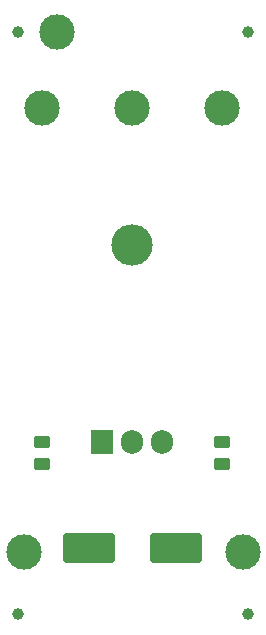
<source format=gbr>
%TF.GenerationSoftware,KiCad,Pcbnew,8.0.0-rc1-51-gba6979a274-dirty*%
%TF.CreationDate,2024-02-05T11:37:42+01:00*%
%TF.ProjectId,Einschaltstrombegrenzung,45696e73-6368-4616-9c74-7374726f6d62,rev?*%
%TF.SameCoordinates,Original*%
%TF.FileFunction,Soldermask,Top*%
%TF.FilePolarity,Negative*%
%FSLAX46Y46*%
G04 Gerber Fmt 4.6, Leading zero omitted, Abs format (unit mm)*
G04 Created by KiCad (PCBNEW 8.0.0-rc1-51-gba6979a274-dirty) date 2024-02-05 11:37:42*
%MOMM*%
%LPD*%
G01*
G04 APERTURE LIST*
G04 Aperture macros list*
%AMRoundRect*
0 Rectangle with rounded corners*
0 $1 Rounding radius*
0 $2 $3 $4 $5 $6 $7 $8 $9 X,Y pos of 4 corners*
0 Add a 4 corners polygon primitive as box body*
4,1,4,$2,$3,$4,$5,$6,$7,$8,$9,$2,$3,0*
0 Add four circle primitives for the rounded corners*
1,1,$1+$1,$2,$3*
1,1,$1+$1,$4,$5*
1,1,$1+$1,$6,$7*
1,1,$1+$1,$8,$9*
0 Add four rect primitives between the rounded corners*
20,1,$1+$1,$2,$3,$4,$5,0*
20,1,$1+$1,$4,$5,$6,$7,0*
20,1,$1+$1,$6,$7,$8,$9,0*
20,1,$1+$1,$8,$9,$2,$3,0*%
G04 Aperture macros list end*
%ADD10C,1.000000*%
%ADD11C,3.000000*%
%ADD12RoundRect,0.250000X-0.450000X0.262500X-0.450000X-0.262500X0.450000X-0.262500X0.450000X0.262500X0*%
%ADD13RoundRect,0.250000X-1.950000X-1.000000X1.950000X-1.000000X1.950000X1.000000X-1.950000X1.000000X0*%
%ADD14RoundRect,0.250000X0.450000X-0.262500X0.450000X0.262500X-0.450000X0.262500X-0.450000X-0.262500X0*%
%ADD15O,1.905000X2.000000*%
%ADD16R,1.905000X2.000000*%
%ADD17O,3.500000X3.500000*%
G04 APERTURE END LIST*
D10*
%TO.C,H4*%
X127500000Y-68500000D03*
%TD*%
%TO.C,H3*%
X147000000Y-68500000D03*
%TD*%
%TO.C,H2*%
X147000000Y-117750000D03*
%TD*%
%TO.C,H1*%
X127500000Y-117750000D03*
%TD*%
D11*
%TO.C,FID3*%
X130750000Y-68500000D03*
%TD*%
%TO.C,FID2*%
X146500000Y-112500000D03*
%TD*%
%TO.C,FID1*%
X128000000Y-112500000D03*
%TD*%
D12*
%TO.C,R1*%
X144780000Y-105052500D03*
X144780000Y-103227500D03*
%TD*%
D13*
%TO.C,C1*%
X140860000Y-112167500D03*
X133460000Y-112167500D03*
%TD*%
D14*
%TO.C,R2*%
X129540000Y-103227500D03*
X129540000Y-105052500D03*
%TD*%
D15*
%TO.C,Q1*%
X139700000Y-103210000D03*
X137160000Y-103210000D03*
D16*
X134620000Y-103210000D03*
D17*
X137160000Y-86550000D03*
%TD*%
D11*
%TO.C,J2*%
X129540000Y-74930000D03*
X137160000Y-74930000D03*
X144780000Y-74930000D03*
%TD*%
M02*

</source>
